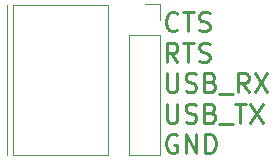
<source format=gbr>
%TF.GenerationSoftware,KiCad,Pcbnew,8.0.3*%
%TF.CreationDate,2024-06-23T22:17:52-05:00*%
%TF.ProjectId,TagConnectAdapter,54616743-6f6e-46e6-9563-744164617074,rev?*%
%TF.SameCoordinates,Original*%
%TF.FileFunction,Legend,Top*%
%TF.FilePolarity,Positive*%
%FSLAX46Y46*%
G04 Gerber Fmt 4.6, Leading zero omitted, Abs format (unit mm)*
G04 Created by KiCad (PCBNEW 8.0.3) date 2024-06-23 22:17:52*
%MOMM*%
%LPD*%
G01*
G04 APERTURE LIST*
%ADD10C,0.250000*%
%ADD11C,0.120000*%
%ADD12C,0.100000*%
G04 APERTURE END LIST*
D10*
X146589711Y-83135169D02*
X146513520Y-83211360D01*
X146513520Y-83211360D02*
X146284949Y-83287550D01*
X146284949Y-83287550D02*
X146132568Y-83287550D01*
X146132568Y-83287550D02*
X145903996Y-83211360D01*
X145903996Y-83211360D02*
X145751615Y-83058979D01*
X145751615Y-83058979D02*
X145675425Y-82906598D01*
X145675425Y-82906598D02*
X145599234Y-82601836D01*
X145599234Y-82601836D02*
X145599234Y-82373264D01*
X145599234Y-82373264D02*
X145675425Y-82068502D01*
X145675425Y-82068502D02*
X145751615Y-81916121D01*
X145751615Y-81916121D02*
X145903996Y-81763740D01*
X145903996Y-81763740D02*
X146132568Y-81687550D01*
X146132568Y-81687550D02*
X146284949Y-81687550D01*
X146284949Y-81687550D02*
X146513520Y-81763740D01*
X146513520Y-81763740D02*
X146589711Y-81839931D01*
X147046853Y-81687550D02*
X147961139Y-81687550D01*
X147503996Y-83287550D02*
X147503996Y-81687550D01*
X148418282Y-83211360D02*
X148646854Y-83287550D01*
X148646854Y-83287550D02*
X149027806Y-83287550D01*
X149027806Y-83287550D02*
X149180187Y-83211360D01*
X149180187Y-83211360D02*
X149256378Y-83135169D01*
X149256378Y-83135169D02*
X149332568Y-82982788D01*
X149332568Y-82982788D02*
X149332568Y-82830407D01*
X149332568Y-82830407D02*
X149256378Y-82678026D01*
X149256378Y-82678026D02*
X149180187Y-82601836D01*
X149180187Y-82601836D02*
X149027806Y-82525645D01*
X149027806Y-82525645D02*
X148723044Y-82449455D01*
X148723044Y-82449455D02*
X148570663Y-82373264D01*
X148570663Y-82373264D02*
X148494473Y-82297074D01*
X148494473Y-82297074D02*
X148418282Y-82144693D01*
X148418282Y-82144693D02*
X148418282Y-81992312D01*
X148418282Y-81992312D02*
X148494473Y-81839931D01*
X148494473Y-81839931D02*
X148570663Y-81763740D01*
X148570663Y-81763740D02*
X148723044Y-81687550D01*
X148723044Y-81687550D02*
X149103997Y-81687550D01*
X149103997Y-81687550D02*
X149332568Y-81763740D01*
X146589711Y-85863460D02*
X146056377Y-85101555D01*
X145675425Y-85863460D02*
X145675425Y-84263460D01*
X145675425Y-84263460D02*
X146284949Y-84263460D01*
X146284949Y-84263460D02*
X146437330Y-84339650D01*
X146437330Y-84339650D02*
X146513520Y-84415841D01*
X146513520Y-84415841D02*
X146589711Y-84568222D01*
X146589711Y-84568222D02*
X146589711Y-84796793D01*
X146589711Y-84796793D02*
X146513520Y-84949174D01*
X146513520Y-84949174D02*
X146437330Y-85025365D01*
X146437330Y-85025365D02*
X146284949Y-85101555D01*
X146284949Y-85101555D02*
X145675425Y-85101555D01*
X147046853Y-84263460D02*
X147961139Y-84263460D01*
X147503996Y-85863460D02*
X147503996Y-84263460D01*
X148418282Y-85787270D02*
X148646854Y-85863460D01*
X148646854Y-85863460D02*
X149027806Y-85863460D01*
X149027806Y-85863460D02*
X149180187Y-85787270D01*
X149180187Y-85787270D02*
X149256378Y-85711079D01*
X149256378Y-85711079D02*
X149332568Y-85558698D01*
X149332568Y-85558698D02*
X149332568Y-85406317D01*
X149332568Y-85406317D02*
X149256378Y-85253936D01*
X149256378Y-85253936D02*
X149180187Y-85177746D01*
X149180187Y-85177746D02*
X149027806Y-85101555D01*
X149027806Y-85101555D02*
X148723044Y-85025365D01*
X148723044Y-85025365D02*
X148570663Y-84949174D01*
X148570663Y-84949174D02*
X148494473Y-84872984D01*
X148494473Y-84872984D02*
X148418282Y-84720603D01*
X148418282Y-84720603D02*
X148418282Y-84568222D01*
X148418282Y-84568222D02*
X148494473Y-84415841D01*
X148494473Y-84415841D02*
X148570663Y-84339650D01*
X148570663Y-84339650D02*
X148723044Y-84263460D01*
X148723044Y-84263460D02*
X149103997Y-84263460D01*
X149103997Y-84263460D02*
X149332568Y-84339650D01*
X145675425Y-86839370D02*
X145675425Y-88134608D01*
X145675425Y-88134608D02*
X145751615Y-88286989D01*
X145751615Y-88286989D02*
X145827806Y-88363180D01*
X145827806Y-88363180D02*
X145980187Y-88439370D01*
X145980187Y-88439370D02*
X146284949Y-88439370D01*
X146284949Y-88439370D02*
X146437330Y-88363180D01*
X146437330Y-88363180D02*
X146513520Y-88286989D01*
X146513520Y-88286989D02*
X146589711Y-88134608D01*
X146589711Y-88134608D02*
X146589711Y-86839370D01*
X147275424Y-88363180D02*
X147503996Y-88439370D01*
X147503996Y-88439370D02*
X147884948Y-88439370D01*
X147884948Y-88439370D02*
X148037329Y-88363180D01*
X148037329Y-88363180D02*
X148113520Y-88286989D01*
X148113520Y-88286989D02*
X148189710Y-88134608D01*
X148189710Y-88134608D02*
X148189710Y-87982227D01*
X148189710Y-87982227D02*
X148113520Y-87829846D01*
X148113520Y-87829846D02*
X148037329Y-87753656D01*
X148037329Y-87753656D02*
X147884948Y-87677465D01*
X147884948Y-87677465D02*
X147580186Y-87601275D01*
X147580186Y-87601275D02*
X147427805Y-87525084D01*
X147427805Y-87525084D02*
X147351615Y-87448894D01*
X147351615Y-87448894D02*
X147275424Y-87296513D01*
X147275424Y-87296513D02*
X147275424Y-87144132D01*
X147275424Y-87144132D02*
X147351615Y-86991751D01*
X147351615Y-86991751D02*
X147427805Y-86915560D01*
X147427805Y-86915560D02*
X147580186Y-86839370D01*
X147580186Y-86839370D02*
X147961139Y-86839370D01*
X147961139Y-86839370D02*
X148189710Y-86915560D01*
X149408758Y-87601275D02*
X149637330Y-87677465D01*
X149637330Y-87677465D02*
X149713520Y-87753656D01*
X149713520Y-87753656D02*
X149789711Y-87906037D01*
X149789711Y-87906037D02*
X149789711Y-88134608D01*
X149789711Y-88134608D02*
X149713520Y-88286989D01*
X149713520Y-88286989D02*
X149637330Y-88363180D01*
X149637330Y-88363180D02*
X149484949Y-88439370D01*
X149484949Y-88439370D02*
X148875425Y-88439370D01*
X148875425Y-88439370D02*
X148875425Y-86839370D01*
X148875425Y-86839370D02*
X149408758Y-86839370D01*
X149408758Y-86839370D02*
X149561139Y-86915560D01*
X149561139Y-86915560D02*
X149637330Y-86991751D01*
X149637330Y-86991751D02*
X149713520Y-87144132D01*
X149713520Y-87144132D02*
X149713520Y-87296513D01*
X149713520Y-87296513D02*
X149637330Y-87448894D01*
X149637330Y-87448894D02*
X149561139Y-87525084D01*
X149561139Y-87525084D02*
X149408758Y-87601275D01*
X149408758Y-87601275D02*
X148875425Y-87601275D01*
X150094473Y-88591751D02*
X151313520Y-88591751D01*
X152608759Y-88439370D02*
X152075425Y-87677465D01*
X151694473Y-88439370D02*
X151694473Y-86839370D01*
X151694473Y-86839370D02*
X152303997Y-86839370D01*
X152303997Y-86839370D02*
X152456378Y-86915560D01*
X152456378Y-86915560D02*
X152532568Y-86991751D01*
X152532568Y-86991751D02*
X152608759Y-87144132D01*
X152608759Y-87144132D02*
X152608759Y-87372703D01*
X152608759Y-87372703D02*
X152532568Y-87525084D01*
X152532568Y-87525084D02*
X152456378Y-87601275D01*
X152456378Y-87601275D02*
X152303997Y-87677465D01*
X152303997Y-87677465D02*
X151694473Y-87677465D01*
X153142092Y-86839370D02*
X154208759Y-88439370D01*
X154208759Y-86839370D02*
X153142092Y-88439370D01*
X145675425Y-89415280D02*
X145675425Y-90710518D01*
X145675425Y-90710518D02*
X145751615Y-90862899D01*
X145751615Y-90862899D02*
X145827806Y-90939090D01*
X145827806Y-90939090D02*
X145980187Y-91015280D01*
X145980187Y-91015280D02*
X146284949Y-91015280D01*
X146284949Y-91015280D02*
X146437330Y-90939090D01*
X146437330Y-90939090D02*
X146513520Y-90862899D01*
X146513520Y-90862899D02*
X146589711Y-90710518D01*
X146589711Y-90710518D02*
X146589711Y-89415280D01*
X147275424Y-90939090D02*
X147503996Y-91015280D01*
X147503996Y-91015280D02*
X147884948Y-91015280D01*
X147884948Y-91015280D02*
X148037329Y-90939090D01*
X148037329Y-90939090D02*
X148113520Y-90862899D01*
X148113520Y-90862899D02*
X148189710Y-90710518D01*
X148189710Y-90710518D02*
X148189710Y-90558137D01*
X148189710Y-90558137D02*
X148113520Y-90405756D01*
X148113520Y-90405756D02*
X148037329Y-90329566D01*
X148037329Y-90329566D02*
X147884948Y-90253375D01*
X147884948Y-90253375D02*
X147580186Y-90177185D01*
X147580186Y-90177185D02*
X147427805Y-90100994D01*
X147427805Y-90100994D02*
X147351615Y-90024804D01*
X147351615Y-90024804D02*
X147275424Y-89872423D01*
X147275424Y-89872423D02*
X147275424Y-89720042D01*
X147275424Y-89720042D02*
X147351615Y-89567661D01*
X147351615Y-89567661D02*
X147427805Y-89491470D01*
X147427805Y-89491470D02*
X147580186Y-89415280D01*
X147580186Y-89415280D02*
X147961139Y-89415280D01*
X147961139Y-89415280D02*
X148189710Y-89491470D01*
X149408758Y-90177185D02*
X149637330Y-90253375D01*
X149637330Y-90253375D02*
X149713520Y-90329566D01*
X149713520Y-90329566D02*
X149789711Y-90481947D01*
X149789711Y-90481947D02*
X149789711Y-90710518D01*
X149789711Y-90710518D02*
X149713520Y-90862899D01*
X149713520Y-90862899D02*
X149637330Y-90939090D01*
X149637330Y-90939090D02*
X149484949Y-91015280D01*
X149484949Y-91015280D02*
X148875425Y-91015280D01*
X148875425Y-91015280D02*
X148875425Y-89415280D01*
X148875425Y-89415280D02*
X149408758Y-89415280D01*
X149408758Y-89415280D02*
X149561139Y-89491470D01*
X149561139Y-89491470D02*
X149637330Y-89567661D01*
X149637330Y-89567661D02*
X149713520Y-89720042D01*
X149713520Y-89720042D02*
X149713520Y-89872423D01*
X149713520Y-89872423D02*
X149637330Y-90024804D01*
X149637330Y-90024804D02*
X149561139Y-90100994D01*
X149561139Y-90100994D02*
X149408758Y-90177185D01*
X149408758Y-90177185D02*
X148875425Y-90177185D01*
X150094473Y-91167661D02*
X151313520Y-91167661D01*
X151465901Y-89415280D02*
X152380187Y-89415280D01*
X151923044Y-91015280D02*
X151923044Y-89415280D01*
X152761140Y-89415280D02*
X153827807Y-91015280D01*
X153827807Y-89415280D02*
X152761140Y-91015280D01*
X146513520Y-92067380D02*
X146361139Y-91991190D01*
X146361139Y-91991190D02*
X146132568Y-91991190D01*
X146132568Y-91991190D02*
X145903996Y-92067380D01*
X145903996Y-92067380D02*
X145751615Y-92219761D01*
X145751615Y-92219761D02*
X145675425Y-92372142D01*
X145675425Y-92372142D02*
X145599234Y-92676904D01*
X145599234Y-92676904D02*
X145599234Y-92905476D01*
X145599234Y-92905476D02*
X145675425Y-93210238D01*
X145675425Y-93210238D02*
X145751615Y-93362619D01*
X145751615Y-93362619D02*
X145903996Y-93515000D01*
X145903996Y-93515000D02*
X146132568Y-93591190D01*
X146132568Y-93591190D02*
X146284949Y-93591190D01*
X146284949Y-93591190D02*
X146513520Y-93515000D01*
X146513520Y-93515000D02*
X146589711Y-93438809D01*
X146589711Y-93438809D02*
X146589711Y-92905476D01*
X146589711Y-92905476D02*
X146284949Y-92905476D01*
X147275425Y-93591190D02*
X147275425Y-91991190D01*
X147275425Y-91991190D02*
X148189711Y-93591190D01*
X148189711Y-93591190D02*
X148189711Y-91991190D01*
X148951615Y-93591190D02*
X148951615Y-91991190D01*
X148951615Y-91991190D02*
X149332567Y-91991190D01*
X149332567Y-91991190D02*
X149561139Y-92067380D01*
X149561139Y-92067380D02*
X149713520Y-92219761D01*
X149713520Y-92219761D02*
X149789710Y-92372142D01*
X149789710Y-92372142D02*
X149865901Y-92676904D01*
X149865901Y-92676904D02*
X149865901Y-92905476D01*
X149865901Y-92905476D02*
X149789710Y-93210238D01*
X149789710Y-93210238D02*
X149713520Y-93362619D01*
X149713520Y-93362619D02*
X149561139Y-93515000D01*
X149561139Y-93515000D02*
X149332567Y-93591190D01*
X149332567Y-93591190D02*
X148951615Y-93591190D01*
D11*
%TO.C,J3*%
X145130000Y-83580000D02*
X145130000Y-93800000D01*
X145130000Y-80980000D02*
X145130000Y-82310000D01*
X143800000Y-80980000D02*
X145130000Y-80980000D01*
X142470000Y-93800000D02*
X145130000Y-93800000D01*
X142470000Y-83580000D02*
X145130000Y-83580000D01*
X142470000Y-83580000D02*
X142470000Y-93800000D01*
D12*
%TO.C,J1*%
X140700000Y-81025000D02*
X140700000Y-93725000D01*
X132670000Y-81025000D02*
X140700000Y-81025000D01*
X140700000Y-93725000D02*
X132670000Y-93725000D01*
X132670000Y-93725000D02*
X132670000Y-81025000D01*
X132170000Y-93725000D02*
X132170000Y-81025000D01*
%TD*%
M02*

</source>
